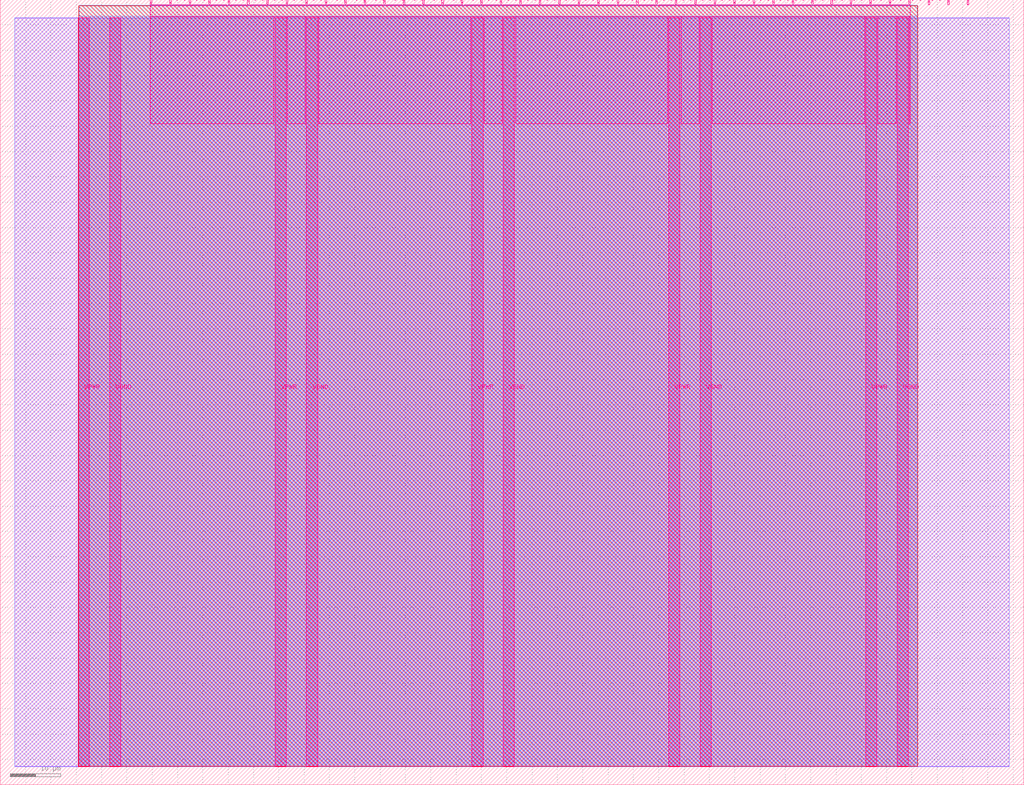
<source format=lef>
VERSION 5.7 ;
  NOWIREEXTENSIONATPIN ON ;
  DIVIDERCHAR "/" ;
  BUSBITCHARS "[]" ;
MACRO tt_um_multiplier_tt10
  CLASS BLOCK ;
  FOREIGN tt_um_multiplier_tt10 ;
  ORIGIN 0.000 0.000 ;
  SIZE 202.080 BY 154.980 ;
  PIN VGND
    DIRECTION INOUT ;
    USE GROUND ;
    PORT
      LAYER Metal5 ;
        RECT 21.580 3.560 23.780 151.420 ;
    END
    PORT
      LAYER Metal5 ;
        RECT 60.450 3.560 62.650 151.420 ;
    END
    PORT
      LAYER Metal5 ;
        RECT 99.320 3.560 101.520 151.420 ;
    END
    PORT
      LAYER Metal5 ;
        RECT 138.190 3.560 140.390 151.420 ;
    END
    PORT
      LAYER Metal5 ;
        RECT 177.060 3.560 179.260 151.420 ;
    END
  END VGND
  PIN VPWR
    DIRECTION INOUT ;
    USE POWER ;
    PORT
      LAYER Metal5 ;
        RECT 15.380 3.560 17.580 151.420 ;
    END
    PORT
      LAYER Metal5 ;
        RECT 54.250 3.560 56.450 151.420 ;
    END
    PORT
      LAYER Metal5 ;
        RECT 93.120 3.560 95.320 151.420 ;
    END
    PORT
      LAYER Metal5 ;
        RECT 131.990 3.560 134.190 151.420 ;
    END
    PORT
      LAYER Metal5 ;
        RECT 170.860 3.560 173.060 151.420 ;
    END
  END VPWR
  PIN clk
    DIRECTION INPUT ;
    USE SIGNAL ;
    PORT
      LAYER Metal5 ;
        RECT 187.050 153.980 187.350 154.980 ;
    END
  END clk
  PIN ena
    DIRECTION INPUT ;
    USE SIGNAL ;
    PORT
      LAYER Metal5 ;
        RECT 190.890 153.980 191.190 154.980 ;
    END
  END ena
  PIN rst_n
    DIRECTION INPUT ;
    USE SIGNAL ;
    PORT
      LAYER Metal5 ;
        RECT 183.210 153.980 183.510 154.980 ;
    END
  END rst_n
  PIN ui_in[0]
    DIRECTION INPUT ;
    USE SIGNAL ;
    ANTENNAGATEAREA 0.180700 ;
    PORT
      LAYER Metal5 ;
        RECT 179.370 153.980 179.670 154.980 ;
    END
  END ui_in[0]
  PIN ui_in[1]
    DIRECTION INPUT ;
    USE SIGNAL ;
    ANTENNAGATEAREA 0.393900 ;
    PORT
      LAYER Metal5 ;
        RECT 175.530 153.980 175.830 154.980 ;
    END
  END ui_in[1]
  PIN ui_in[2]
    DIRECTION INPUT ;
    USE SIGNAL ;
    ANTENNAGATEAREA 0.180700 ;
    PORT
      LAYER Metal5 ;
        RECT 171.690 153.980 171.990 154.980 ;
    END
  END ui_in[2]
  PIN ui_in[3]
    DIRECTION INPUT ;
    USE SIGNAL ;
    ANTENNAGATEAREA 0.180700 ;
    PORT
      LAYER Metal5 ;
        RECT 167.850 153.980 168.150 154.980 ;
    END
  END ui_in[3]
  PIN ui_in[4]
    DIRECTION INPUT ;
    USE SIGNAL ;
    ANTENNAGATEAREA 0.180700 ;
    PORT
      LAYER Metal5 ;
        RECT 164.010 153.980 164.310 154.980 ;
    END
  END ui_in[4]
  PIN ui_in[5]
    DIRECTION INPUT ;
    USE SIGNAL ;
    ANTENNAGATEAREA 0.393900 ;
    PORT
      LAYER Metal5 ;
        RECT 160.170 153.980 160.470 154.980 ;
    END
  END ui_in[5]
  PIN ui_in[6]
    DIRECTION INPUT ;
    USE SIGNAL ;
    ANTENNAGATEAREA 0.213200 ;
    PORT
      LAYER Metal5 ;
        RECT 156.330 153.980 156.630 154.980 ;
    END
  END ui_in[6]
  PIN ui_in[7]
    DIRECTION INPUT ;
    USE SIGNAL ;
    ANTENNAGATEAREA 0.213200 ;
    PORT
      LAYER Metal5 ;
        RECT 152.490 153.980 152.790 154.980 ;
    END
  END ui_in[7]
  PIN uio_in[0]
    DIRECTION INPUT ;
    USE SIGNAL ;
    ANTENNAGATEAREA 0.180700 ;
    PORT
      LAYER Metal5 ;
        RECT 148.650 153.980 148.950 154.980 ;
    END
  END uio_in[0]
  PIN uio_in[1]
    DIRECTION INPUT ;
    USE SIGNAL ;
    ANTENNAGATEAREA 0.393900 ;
    PORT
      LAYER Metal5 ;
        RECT 144.810 153.980 145.110 154.980 ;
    END
  END uio_in[1]
  PIN uio_in[2]
    DIRECTION INPUT ;
    USE SIGNAL ;
    ANTENNAGATEAREA 0.180700 ;
    PORT
      LAYER Metal5 ;
        RECT 140.970 153.980 141.270 154.980 ;
    END
  END uio_in[2]
  PIN uio_in[3]
    DIRECTION INPUT ;
    USE SIGNAL ;
    ANTENNAGATEAREA 0.180700 ;
    PORT
      LAYER Metal5 ;
        RECT 137.130 153.980 137.430 154.980 ;
    END
  END uio_in[3]
  PIN uio_in[4]
    DIRECTION INPUT ;
    USE SIGNAL ;
    ANTENNAGATEAREA 0.180700 ;
    PORT
      LAYER Metal5 ;
        RECT 133.290 153.980 133.590 154.980 ;
    END
  END uio_in[4]
  PIN uio_in[5]
    DIRECTION INPUT ;
    USE SIGNAL ;
    ANTENNAGATEAREA 0.393900 ;
    PORT
      LAYER Metal5 ;
        RECT 129.450 153.980 129.750 154.980 ;
    END
  END uio_in[5]
  PIN uio_in[6]
    DIRECTION INPUT ;
    USE SIGNAL ;
    ANTENNAGATEAREA 0.180700 ;
    PORT
      LAYER Metal5 ;
        RECT 125.610 153.980 125.910 154.980 ;
    END
  END uio_in[6]
  PIN uio_in[7]
    DIRECTION INPUT ;
    USE SIGNAL ;
    ANTENNAGATEAREA 0.180700 ;
    PORT
      LAYER Metal5 ;
        RECT 121.770 153.980 122.070 154.980 ;
    END
  END uio_in[7]
  PIN uio_oe[0]
    DIRECTION OUTPUT ;
    USE SIGNAL ;
    ANTENNADIFFAREA 0.299200 ;
    PORT
      LAYER Metal5 ;
        RECT 56.490 153.980 56.790 154.980 ;
    END
  END uio_oe[0]
  PIN uio_oe[1]
    DIRECTION OUTPUT ;
    USE SIGNAL ;
    ANTENNADIFFAREA 0.299200 ;
    PORT
      LAYER Metal5 ;
        RECT 52.650 153.980 52.950 154.980 ;
    END
  END uio_oe[1]
  PIN uio_oe[2]
    DIRECTION OUTPUT ;
    USE SIGNAL ;
    ANTENNADIFFAREA 0.299200 ;
    PORT
      LAYER Metal5 ;
        RECT 48.810 153.980 49.110 154.980 ;
    END
  END uio_oe[2]
  PIN uio_oe[3]
    DIRECTION OUTPUT ;
    USE SIGNAL ;
    ANTENNADIFFAREA 0.299200 ;
    PORT
      LAYER Metal5 ;
        RECT 44.970 153.980 45.270 154.980 ;
    END
  END uio_oe[3]
  PIN uio_oe[4]
    DIRECTION OUTPUT ;
    USE SIGNAL ;
    ANTENNADIFFAREA 0.299200 ;
    PORT
      LAYER Metal5 ;
        RECT 41.130 153.980 41.430 154.980 ;
    END
  END uio_oe[4]
  PIN uio_oe[5]
    DIRECTION OUTPUT ;
    USE SIGNAL ;
    ANTENNADIFFAREA 0.299200 ;
    PORT
      LAYER Metal5 ;
        RECT 37.290 153.980 37.590 154.980 ;
    END
  END uio_oe[5]
  PIN uio_oe[6]
    DIRECTION OUTPUT ;
    USE SIGNAL ;
    ANTENNADIFFAREA 0.299200 ;
    PORT
      LAYER Metal5 ;
        RECT 33.450 153.980 33.750 154.980 ;
    END
  END uio_oe[6]
  PIN uio_oe[7]
    DIRECTION OUTPUT ;
    USE SIGNAL ;
    ANTENNADIFFAREA 0.299200 ;
    PORT
      LAYER Metal5 ;
        RECT 29.610 153.980 29.910 154.980 ;
    END
  END uio_oe[7]
  PIN uio_out[0]
    DIRECTION OUTPUT ;
    USE SIGNAL ;
    ANTENNADIFFAREA 0.654800 ;
    PORT
      LAYER Metal5 ;
        RECT 87.210 153.980 87.510 154.980 ;
    END
  END uio_out[0]
  PIN uio_out[1]
    DIRECTION OUTPUT ;
    USE SIGNAL ;
    ANTENNADIFFAREA 0.654800 ;
    PORT
      LAYER Metal5 ;
        RECT 83.370 153.980 83.670 154.980 ;
    END
  END uio_out[1]
  PIN uio_out[2]
    DIRECTION OUTPUT ;
    USE SIGNAL ;
    ANTENNADIFFAREA 0.654800 ;
    PORT
      LAYER Metal5 ;
        RECT 79.530 153.980 79.830 154.980 ;
    END
  END uio_out[2]
  PIN uio_out[3]
    DIRECTION OUTPUT ;
    USE SIGNAL ;
    ANTENNADIFFAREA 0.654800 ;
    PORT
      LAYER Metal5 ;
        RECT 75.690 153.980 75.990 154.980 ;
    END
  END uio_out[3]
  PIN uio_out[4]
    DIRECTION OUTPUT ;
    USE SIGNAL ;
    ANTENNADIFFAREA 0.654800 ;
    PORT
      LAYER Metal5 ;
        RECT 71.850 153.980 72.150 154.980 ;
    END
  END uio_out[4]
  PIN uio_out[5]
    DIRECTION OUTPUT ;
    USE SIGNAL ;
    ANTENNADIFFAREA 0.654800 ;
    PORT
      LAYER Metal5 ;
        RECT 68.010 153.980 68.310 154.980 ;
    END
  END uio_out[5]
  PIN uio_out[6]
    DIRECTION OUTPUT ;
    USE SIGNAL ;
    ANTENNADIFFAREA 0.654800 ;
    PORT
      LAYER Metal5 ;
        RECT 64.170 153.980 64.470 154.980 ;
    END
  END uio_out[6]
  PIN uio_out[7]
    DIRECTION OUTPUT ;
    USE SIGNAL ;
    ANTENNADIFFAREA 1.135700 ;
    PORT
      LAYER Metal5 ;
        RECT 60.330 153.980 60.630 154.980 ;
    END
  END uio_out[7]
  PIN uo_out[0]
    DIRECTION OUTPUT ;
    USE SIGNAL ;
    ANTENNAGATEAREA 0.192400 ;
    ANTENNADIFFAREA 0.651000 ;
    PORT
      LAYER Metal5 ;
        RECT 117.930 153.980 118.230 154.980 ;
    END
  END uo_out[0]
  PIN uo_out[1]
    DIRECTION OUTPUT ;
    USE SIGNAL ;
    ANTENNADIFFAREA 0.662000 ;
    PORT
      LAYER Metal5 ;
        RECT 114.090 153.980 114.390 154.980 ;
    END
  END uo_out[1]
  PIN uo_out[2]
    DIRECTION OUTPUT ;
    USE SIGNAL ;
    ANTENNADIFFAREA 0.654800 ;
    PORT
      LAYER Metal5 ;
        RECT 110.250 153.980 110.550 154.980 ;
    END
  END uo_out[2]
  PIN uo_out[3]
    DIRECTION OUTPUT ;
    USE SIGNAL ;
    ANTENNADIFFAREA 0.654800 ;
    PORT
      LAYER Metal5 ;
        RECT 106.410 153.980 106.710 154.980 ;
    END
  END uo_out[3]
  PIN uo_out[4]
    DIRECTION OUTPUT ;
    USE SIGNAL ;
    ANTENNADIFFAREA 0.654800 ;
    PORT
      LAYER Metal5 ;
        RECT 102.570 153.980 102.870 154.980 ;
    END
  END uo_out[4]
  PIN uo_out[5]
    DIRECTION OUTPUT ;
    USE SIGNAL ;
    ANTENNADIFFAREA 0.654800 ;
    PORT
      LAYER Metal5 ;
        RECT 98.730 153.980 99.030 154.980 ;
    END
  END uo_out[5]
  PIN uo_out[6]
    DIRECTION OUTPUT ;
    USE SIGNAL ;
    ANTENNADIFFAREA 0.654800 ;
    PORT
      LAYER Metal5 ;
        RECT 94.890 153.980 95.190 154.980 ;
    END
  END uo_out[6]
  PIN uo_out[7]
    DIRECTION OUTPUT ;
    USE SIGNAL ;
    ANTENNADIFFAREA 0.654800 ;
    PORT
      LAYER Metal5 ;
        RECT 91.050 153.980 91.350 154.980 ;
    END
  END uo_out[7]
  OBS
      LAYER GatPoly ;
        RECT 2.880 3.630 199.200 151.350 ;
      LAYER Metal1 ;
        RECT 2.880 3.560 199.200 151.420 ;
      LAYER Metal2 ;
        RECT 15.515 3.680 181.105 151.720 ;
      LAYER Metal3 ;
        RECT 15.560 3.635 181.060 153.865 ;
      LAYER Metal4 ;
        RECT 15.515 3.680 181.105 153.820 ;
      LAYER Metal5 ;
        RECT 30.120 153.770 33.240 153.980 ;
        RECT 33.960 153.770 37.080 153.980 ;
        RECT 37.800 153.770 40.920 153.980 ;
        RECT 41.640 153.770 44.760 153.980 ;
        RECT 45.480 153.770 48.600 153.980 ;
        RECT 49.320 153.770 52.440 153.980 ;
        RECT 53.160 153.770 56.280 153.980 ;
        RECT 57.000 153.770 60.120 153.980 ;
        RECT 60.840 153.770 63.960 153.980 ;
        RECT 64.680 153.770 67.800 153.980 ;
        RECT 68.520 153.770 71.640 153.980 ;
        RECT 72.360 153.770 75.480 153.980 ;
        RECT 76.200 153.770 79.320 153.980 ;
        RECT 80.040 153.770 83.160 153.980 ;
        RECT 83.880 153.770 87.000 153.980 ;
        RECT 87.720 153.770 90.840 153.980 ;
        RECT 91.560 153.770 94.680 153.980 ;
        RECT 95.400 153.770 98.520 153.980 ;
        RECT 99.240 153.770 102.360 153.980 ;
        RECT 103.080 153.770 106.200 153.980 ;
        RECT 106.920 153.770 110.040 153.980 ;
        RECT 110.760 153.770 113.880 153.980 ;
        RECT 114.600 153.770 117.720 153.980 ;
        RECT 118.440 153.770 121.560 153.980 ;
        RECT 122.280 153.770 125.400 153.980 ;
        RECT 126.120 153.770 129.240 153.980 ;
        RECT 129.960 153.770 133.080 153.980 ;
        RECT 133.800 153.770 136.920 153.980 ;
        RECT 137.640 153.770 140.760 153.980 ;
        RECT 141.480 153.770 144.600 153.980 ;
        RECT 145.320 153.770 148.440 153.980 ;
        RECT 149.160 153.770 152.280 153.980 ;
        RECT 153.000 153.770 156.120 153.980 ;
        RECT 156.840 153.770 159.960 153.980 ;
        RECT 160.680 153.770 163.800 153.980 ;
        RECT 164.520 153.770 167.640 153.980 ;
        RECT 168.360 153.770 171.480 153.980 ;
        RECT 172.200 153.770 175.320 153.980 ;
        RECT 176.040 153.770 179.160 153.980 ;
        RECT 29.660 151.630 179.620 153.770 ;
        RECT 29.660 130.475 54.040 151.630 ;
        RECT 56.660 130.475 60.240 151.630 ;
        RECT 62.860 130.475 92.910 151.630 ;
        RECT 95.530 130.475 99.110 151.630 ;
        RECT 101.730 130.475 131.780 151.630 ;
        RECT 134.400 130.475 137.980 151.630 ;
        RECT 140.600 130.475 170.650 151.630 ;
        RECT 173.270 130.475 176.850 151.630 ;
        RECT 179.470 130.475 179.620 151.630 ;
  END
END tt_um_multiplier_tt10
END LIBRARY


</source>
